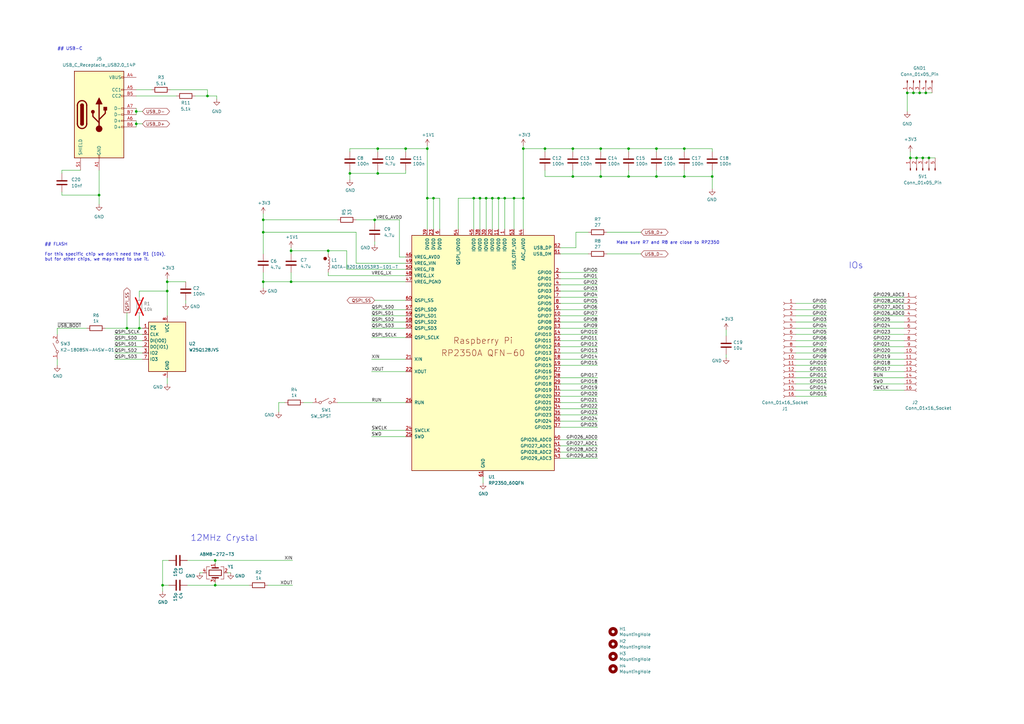
<source format=kicad_sch>
(kicad_sch (version 20231120) (generator "eeschema") (generator_version "8.0")
  (paper "A3")
  (title_block (title "RP2350A QFN-60 Minimal Design Example") (date "2024-07-01") (rev "REV3") (company "Raspberry Pi Ltd"))
  (lib_symbols
    (symbol "Connector:Conn_01x05_Pin" (pin_names (offset 1.016) hide)
      (property "Reference" "J" (at 0 7.62 0))
      (property "Value" "Conn_01x05_Pin" (at 0 -7.62 0))
      (symbol "Conn_01x05_Pin_1_1"
        (pin passive line (at 5.08 5.08 180) (length 3.81) (name "Pin_1") (number "1"))
        (pin passive line (at 5.08 2.54 180) (length 3.81) (name "Pin_2") (number "2"))
        (pin passive line (at 5.08 0 180) (length 3.81) (name "Pin_3") (number "3"))
        (pin passive line (at 5.08 -2.54 180) (length 3.81) (name "Pin_4") (number "4"))
        (pin passive line (at 5.08 -5.08 180) (length 3.81) (name "Pin_5") (number "5"))
      )
    )
    (symbol "Connector:Conn_01x16_Socket" (pin_names (offset 1.016) hide)
      (property "Reference" "J" (at 0 20.32 0))
      (property "Value" "Conn_01x16_Socket" (at 0 -22.86 0))
      (symbol "Conn_01x16_Socket_1_1"
        (pin passive line (at -5.08 17.78 0) (length 3.81) (name "Pin_1") (number "1"))
        (pin passive line (at -5.08 -5.08 0) (length 3.81) (name "Pin_10") (number "10"))
        (pin passive line (at -5.08 -7.62 0) (length 3.81) (name "Pin_11") (number "11"))
        (pin passive line (at -5.08 -10.16 0) (length 3.81) (name "Pin_12") (number "12"))
        (pin passive line (at -5.08 -12.7 0) (length 3.81) (name "Pin_13") (number "13"))
        (pin passive line (at -5.08 -15.24 0) (length 3.81) (name "Pin_14") (number "14"))
        (pin passive line (at -5.08 -17.78 0) (length 3.81) (name "Pin_15") (number "15"))
        (pin passive line (at -5.08 -20.32 0) (length 3.81) (name "Pin_16") (number "16"))
        (pin passive line (at -5.08 15.24 0) (length 3.81) (name "Pin_2") (number "2"))
        (pin passive line (at -5.08 12.7 0) (length 3.81) (name "Pin_3") (number "3"))
        (pin passive line (at -5.08 10.16 0) (length 3.81) (name "Pin_4") (number "4"))
        (pin passive line (at -5.08 7.62 0) (length 3.81) (name "Pin_5") (number "5"))
        (pin passive line (at -5.08 5.08 0) (length 3.81) (name "Pin_6") (number "6"))
        (pin passive line (at -5.08 2.54 0) (length 3.81) (name "Pin_7") (number "7"))
        (pin passive line (at -5.08 0 0) (length 3.81) (name "Pin_8") (number "8"))
        (pin passive line (at -5.08 -2.54 0) (length 3.81) (name "Pin_9") (number "9"))
      )
    )
    (symbol "Connector:USB_C_Receptacle_USB2.0_14P" (pin_names (offset 1.016))
      (property "Reference" "J" (at 0 22.225 0))
      (property "Value" "USB_C_Receptacle_USB2.0_14P" (at 0 19.685 0))
      (symbol "USB_C_Receptacle_USB2.0_14P_1_1"
        (pin passive line (at 0 -22.86 90) (length 5.08) (name "GND") (number "A1"))
        (pin passive line (at 0 -22.86 90) (length 5.08) hide (name "GND") (number "A12"))
        (pin passive line (at 15.24 15.24 180) (length 5.08) (name "VBUS") (number "A4"))
        (pin bidirectional line (at 15.24 10.16 180) (length 5.08) (name "CC1") (number "A5"))
        (pin bidirectional line (at 15.24 -2.54 180) (length 5.08) (name "D+") (number "A6"))
        (pin bidirectional line (at 15.24 2.54 180) (length 5.08) (name "D-") (number "A7"))
        (pin passive line (at 15.24 15.24 180) (length 5.08) hide (name "VBUS") (number "A9"))
        (pin passive line (at 0 -22.86 90) (length 5.08) hide (name "GND") (number "B1"))
        (pin passive line (at 0 -22.86 90) (length 5.08) hide (name "GND") (number "B12"))
        (pin passive line (at 15.24 15.24 180) (length 5.08) hide (name "VBUS") (number "B4"))
        (pin bidirectional line (at 15.24 7.62 180) (length 5.08) (name "CC2") (number "B5"))
        (pin bidirectional line (at 15.24 -5.08 180) (length 5.08) (name "D+") (number "B6"))
        (pin bidirectional line (at 15.24 0 180) (length 5.08) (name "D-") (number "B7"))
        (pin passive line (at 15.24 15.24 180) (length 5.08) hide (name "VBUS") (number "B9"))
        (pin passive line (at -7.62 -22.86 90) (length 5.08) (name "SHIELD") (number "S1"))
      )
    )
    (symbol "Device:C" (pin_numbers hide) (pin_names (offset 0.254))
      (property "Reference" "C" (at 0.635 2.54 0))
      (property "Value" "C" (at 0.635 -2.54 0))
      (symbol "C_1_1"
        (pin passive line (at 0 3.81 270) (length 2.794) (name "~") (number "1"))
        (pin passive line (at 0 -3.81 90) (length 2.794) (name "~") (number "2"))
      )
    )
    (symbol "Device:Crystal_GND24" (pin_names (offset 1.016) hide)
      (property "Reference" "Y" (at 3.175 5.08 0))
      (property "Value" "Crystal_GND24" (at 3.175 3.175 0))
      (symbol "Crystal_GND24_1_1"
        (pin passive line (at -3.81 0 0) (length 1.27) (name "1") (number "1"))
        (pin passive line (at 0 5.08 270) (length 1.27) (name "2") (number "2"))
        (pin passive line (at 3.81 0 180) (length 1.27) (name "3") (number "3"))
        (pin passive line (at 0 -5.08 90) (length 1.27) (name "4") (number "4"))
      )
    )
    (symbol "Device:L" (pin_numbers hide) (pin_names (offset 1.016) hide)
      (property "Reference" "L" (at -1.27 0 90))
      (property "Value" "L" (at 1.905 0 90))
      (symbol "L_1_1"
        (pin passive line (at 0 3.81 270) (length 1.27) (name "1") (number "1"))
        (pin passive line (at 0 -3.81 90) (length 1.27) (name "2") (number "2"))
      )
    )
    (symbol "Device:R" (pin_numbers hide) (pin_names (offset 0))
      (property "Reference" "R" (at 2.032 0 90))
      (property "Value" "R" (at 0 0 90))
      (symbol "R_1_1"
        (pin passive line (at 0 3.81 270) (length 1.27) (name "~") (number "1"))
        (pin passive line (at 0 -3.81 90) (length 1.27) (name "~") (number "2"))
      )
    )
    (symbol "MCU_RaspberryPi_RP2350:RP2350_60QFN" (pin_names (offset 1.016))
      (property "Reference" "U" (at -29.21 49.53 0))
      (property "Value" "RP2350_60QFN" (at 24.13 -49.53 0))
      (symbol "RP2350_60QFN_0_0"
        (text "Raspberry Pi" (at 0 5.08 0) (effects (font (size 2.54 2.54))))
      )
      (symbol "RP2350_60QFN_1_0"
        (text "RP2350A QFN-60" (at 0 0 0) (effects (font (size 2.54 2.54))))
      )
      (symbol "RP2350_60QFN_1_1"
        (pin power_in line (at 8.89 50.8 270) (length 2.54) (name "IOVDD") (number "1"))
        (pin bidirectional line (at 31.75 15.24 180) (length 2.54) (name "GPIO7") (number "10"))
        (pin power_in line (at 6.35 50.8 270) (length 2.54) (name "IOVDD") (number "11"))
        (pin bidirectional line (at 31.75 12.7 180) (length 2.54) (name "GPIO8") (number "12"))
        (pin bidirectional line (at 31.75 10.16 180) (length 2.54) (name "GPIO9") (number "13"))
        (pin bidirectional line (at 31.75 7.62 180) (length 2.54) (name "GPIO10") (number "14"))
        (pin bidirectional line (at 31.75 5.08 180) (length 2.54) (name "GPIO11") (number "15"))
        (pin bidirectional line (at 31.75 2.54 180) (length 2.54) (name "GPIO12") (number "16"))
        (pin bidirectional line (at 31.75 0 180) (length 2.54) (name "GPIO13") (number "17"))
        (pin bidirectional line (at 31.75 -2.54 180) (length 2.54) (name "GPIO14") (number "18"))
        (pin bidirectional line (at 31.75 -5.08 180) (length 2.54) (name "GPIO15") (number "19"))
        (pin bidirectional line (at 31.75 33.02 180) (length 2.54) (name "GPIO0") (number "2"))
        (pin power_in line (at 3.81 50.8 270) (length 2.54) (name "IOVDD") (number "20"))
        (pin input line (at -31.75 -2.54 0) (length 2.54) (name "XIN") (number "21"))
        (pin passive line (at -31.75 -7.62 0) (length 2.54) (name "XOUT") (number "22"))
        (pin power_in line (at -20.32 50.8 270) (length 2.54) (name "DVDD") (number "23"))
        (pin output line (at -31.75 -31.75 0) (length 2.54) (name "SWCLK") (number "24"))
        (pin bidirectional line (at -31.75 -34.29 0) (length 2.54) (name "SWD") (number "25"))
        (pin input line (at -31.75 -20.32 0) (length 2.54) (name "RUN") (number "26"))
        (pin bidirectional line (at 31.75 -7.62 180) (length 2.54) (name "GPIO16") (number "27"))
        (pin bidirectional line (at 31.75 -10.16 180) (length 2.54) (name "GPIO17") (number "28"))
        (pin bidirectional line (at 31.75 -12.7 180) (length 2.54) (name "GPIO18") (number "29"))
        (pin bidirectional line (at 31.75 30.48 180) (length 2.54) (name "GPIO1") (number "3"))
        (pin power_in line (at 1.27 50.8 270) (length 2.54) (name "IOVDD") (number "30"))
        (pin bidirectional line (at 31.75 -15.24 180) (length 2.54) (name "GPIO19") (number "31"))
        (pin bidirectional line (at 31.75 -17.78 180) (length 2.54) (name "GPIO20") (number "32"))
        (pin bidirectional line (at 31.75 -20.32 180) (length 2.54) (name "GPIO21") (number "33"))
        (pin bidirectional line (at 31.75 -22.86 180) (length 2.54) (name "GPIO22") (number "34"))
        (pin bidirectional line (at 31.75 -25.4 180) (length 2.54) (name "GPIO23") (number "35"))
        (pin bidirectional line (at 31.75 -27.94 180) (length 2.54) (name "GPIO24") (number "36"))
        (pin bidirectional line (at 31.75 -30.48 180) (length 2.54) (name "GPIO25") (number "37"))
        (pin power_in line (at -1.27 50.8 270) (length 2.54) (name "IOVDD") (number "38"))
        (pin power_in line (at -22.86 50.8 270) (length 2.54) (name "DVDD") (number "39"))
        (pin bidirectional line (at 31.75 27.94 180) (length 2.54) (name "GPIO2") (number "4"))
        (pin bidirectional line (at 31.75 -35.56 180) (length 2.54) (name "GPIO26_ADC0") (number "40"))
        (pin bidirectional line (at 31.75 -38.1 180) (length 2.54) (name "GPIO27_ADC1") (number "41"))
        (pin bidirectional line (at 31.75 -40.64 180) (length 2.54) (name "GPIO28_ADC2") (number "42"))
        (pin bidirectional line (at 31.75 -43.18 180) (length 2.54) (name "GPIO29_ADC3") (number "43"))
        (pin power_in line (at 16.51 50.8 270) (length 2.54) (name "ADC_AVDD") (number "44"))
        (pin power_in line (at -3.81 50.8 270) (length 2.54) (name "IOVDD") (number "45"))
        (pin power_in line (at -31.75 39.37 0) (length 2.54) (name "VREG_AVDD") (number "46"))
        (pin power_in line (at -31.75 29.21 0) (length 2.54) (name "VREG_PGND") (number "47"))
        (pin power_out line (at -31.75 31.75 0) (length 2.54) (name "VREG_LX") (number "48"))
        (pin power_in line (at -31.75 36.83 0) (length 2.54) (name "VREG_VIN") (number "49"))
        (pin bidirectional line (at 31.75 25.4 180) (length 2.54) (name "GPIO3") (number "5"))
        (pin input line (at -31.75 34.29 0) (length 2.54) (name "VREG_FB") (number "50"))
        (pin bidirectional line (at 31.75 40.64 180) (length 2.54) (name "USB_DM") (number "51"))
        (pin bidirectional line (at 31.75 43.18 180) (length 2.54) (name "USB_DP") (number "52"))
        (pin power_in line (at 12.7 50.8 270) (length 2.54) (name "USB_OTP_VDD") (number "53"))
        (pin power_in line (at -10.16 50.8 270) (length 2.54) (name "QSPI_IOVDD") (number "54"))
        (pin bidirectional line (at -31.75 10.16 0) (length 2.54) (name "QSPI_SD3") (number "55"))
        (pin output line (at -31.75 6.35 0) (length 2.54) (name "QSPI_SCLK") (number "56"))
        (pin bidirectional line (at -31.75 17.78 0) (length 2.54) (name "QSPI_SD0") (number "57"))
        (pin bidirectional line (at -31.75 12.7 0) (length 2.54) (name "QSPI_SD2") (number "58"))
        (pin bidirectional line (at -31.75 15.24 0) (length 2.54) (name "QSPI_SD1") (number "59"))
        (pin power_in line (at -17.78 50.8 270) (length 2.54) (name "DVDD") (number "6"))
        (pin bidirectional line (at -31.75 21.59 0) (length 2.54) (name "QSPI_SS") (number "60"))
        (pin power_in line (at 0 -50.8 90) (length 2.54) (name "GND") (number "61"))
        (pin bidirectional line (at 31.75 22.86 180) (length 2.54) (name "GPIO4") (number "7"))
        (pin bidirectional line (at 31.75 20.32 180) (length 2.54) (name "GPIO5") (number "8"))
        (pin bidirectional line (at 31.75 17.78 180) (length 2.54) (name "GPIO6") (number "9"))
      )
    )
    (symbol "Mechanical:MountingHole" (pin_names (offset 1.016))
      (property "Reference" "H" (at 0 5.08 0))
      (property "Value" "MountingHole" (at 0 3.175 0))
    )
    (symbol "Switch:SW_SPST" (pin_names (offset 0) hide)
      (property "Reference" "SW" (at 0 3.175 0))
      (property "Value" "SW_SPST" (at 0 -2.54 0))
      (symbol "SW_SPST_1_1"
        (pin passive line (at -5.08 0 0) (length 2.54) (name "A") (number "1"))
        (pin passive line (at 5.08 0 180) (length 2.54) (name "B") (number "2"))
      )
    )
    (symbol "W25Q128JVS_1"
      (property "Reference" "U" (at -6.35 11.43 0))
      (property "Value" "W25Q128JVS" (at 7.62 11.43 0))
      (symbol "W25Q128JVS_1_1_1"
        (pin input line (at -10.16 7.62 0) (length 2.54) (name "~{CS}") (number "1"))
        (pin bidirectional line (at -10.16 0 0) (length 2.54) (name "DO(IO1)") (number "2"))
        (pin bidirectional line (at -10.16 -2.54 0) (length 2.54) (name "IO2") (number "3"))
        (pin power_in line (at 0 -12.7 90) (length 2.54) (name "GND") (number "4"))
        (pin bidirectional line (at -10.16 2.54 0) (length 2.54) (name "DI(IO0)") (number "5"))
        (pin input line (at -10.16 5.08 0) (length 2.54) (name "CLK") (number "6"))
        (pin bidirectional line (at -10.16 -5.08 0) (length 2.54) (name "IO3") (number "7"))
        (pin power_in line (at 0 12.7 270) (length 2.54) (name "VCC") (number "8"))
      )
    )
    (symbol "power:+1V1" (power) (pin_names (offset 0))
      (property "Value" "+1V1" (at 0 3.556 0))
      (symbol "+1V1_1_1"
        (pin power_in line (at 0 0 90) (length 0) hide (name "+1V1") (number "1"))
      )
    )
    (symbol "power:+3V3" (power) (pin_names (offset 0))
      (property "Value" "+3V3" (at 0 3.556 0))
      (symbol "+3V3_1_1"
        (pin power_in line (at 0 0 90) (length 0) hide (name "+3V3") (number "1"))
      )
    )
    (symbol "power:+5V" (power) (pin_numbers hide) (pin_names (offset 0) hide)
      (property "Value" "+5V" (at 0 3.556 0))
      (symbol "+5V_1_1"
        (pin power_in line (at 0 0 90) (length 0) (name "~") (number "1"))
      )
    )
    (symbol "power:GND" (power) (pin_names (offset 0))
      (property "Value" "GND" (at 0 -3.81 0))
      (symbol "GND_1_1"
        (pin power_in line (at 0 0 270) (length 0) hide (name "GND") (number "1"))
      )
    )
  )
  (junction (at 374.65 38.1))
  (junction (at 257.81 60.96))
  (junction (at 153.67 90.17))
  (junction (at 119.38 102.87))
  (junction (at 194.31 81.28))
  (junction (at 280.67 72.39))
  (junction (at 175.26 81.28))
  (junction (at 379.73 38.1))
  (junction (at 55.88 50.8))
  (junction (at 154.94 71.12))
  (junction (at 375.92 64.77))
  (junction (at 381 64.77))
  (junction (at 214.63 60.96))
  (junction (at 196.85 81.28))
  (junction (at 88.265 229.87))
  (junction (at 134.62 102.87))
  (junction (at 119.38 115.57))
  (junction (at 223.52 60.96))
  (junction (at 210.82 81.28))
  (junction (at 66.675 240.03))
  (junction (at 154.94 60.96))
  (junction (at 207.01 81.28))
  (junction (at 68.58 119.38))
  (junction (at 269.24 72.39))
  (junction (at 292.1 72.39))
  (junction (at 246.38 72.39))
  (junction (at 204.47 81.28))
  (junction (at 199.39 81.28))
  (junction (at 40.64 80.01))
  (junction (at 175.26 60.96))
  (junction (at 107.95 115.57))
  (junction (at 280.67 60.96))
  (junction (at 257.81 72.39))
  (junction (at 372.11 38.1))
  (junction (at 269.24 60.96))
  (junction (at 166.37 60.96))
  (junction (at 52.07 134.62))
  (junction (at 68.58 115.57))
  (junction (at 55.88 45.72))
  (junction (at 234.95 60.96))
  (junction (at 88.265 240.03))
  (junction (at 378.46 64.77))
  (junction (at 234.95 72.39))
  (junction (at 214.63 81.28))
  (junction (at 107.95 90.17))
  (junction (at 57.15 134.62))
  (junction (at 177.8 81.28))
  (junction (at 246.38 60.96))
  (junction (at 377.19 38.1))
  (junction (at 85.09 39.37))
  (junction (at 373.38 64.77))
  (junction (at 201.93 81.28))
  (junction (at 107.95 95.25))
  (junction (at 143.51 71.12))
  (wire (pts (xy 229.87 127) (xy 245.11 127)))
  (wire (pts (xy 153.67 100.33) (xy 153.67 99.06)))
  (wire (pts (xy 80.01 39.37) (xy 85.09 39.37)))
  (wire (pts (xy 146.05 95.25) (xy 146.05 107.95)))
  (wire (pts (xy 229.87 185.42) (xy 245.11 185.42)))
  (wire (pts (xy 339.09 144.78) (xy 326.39 144.78)))
  (wire (pts (xy 370.84 147.32) (xy 358.14 147.32)))
  (wire (pts (xy 378.46 64.77) (xy 381 64.77)))
  (wire (pts (xy 154.94 60.96) (xy 166.37 60.96)))
  (wire (pts (xy 370.84 132.08) (xy 358.14 132.08)))
  (wire (pts (xy 229.87 129.54) (xy 245.11 129.54)))
  (wire (pts (xy 88.265 231.14) (xy 88.265 229.87)))
  (wire (pts (xy 234.95 62.23) (xy 234.95 60.96)))
  (wire (pts (xy 234.95 69.85) (xy 234.95 72.39)))
  (wire (pts (xy 163.83 90.17) (xy 163.83 105.41)))
  (wire (pts (xy 339.09 149.86) (xy 326.39 149.86)))
  (wire (pts (xy 207.01 81.28) (xy 210.82 81.28)))
  (wire (pts (xy 154.94 62.23) (xy 154.94 60.96)))
  (wire (pts (xy 166.37 138.43) (xy 152.4 138.43)))
  (wire (pts (xy 154.94 71.12) (xy 166.37 71.12)))
  (wire (pts (xy 229.87 167.64) (xy 245.11 167.64)))
  (wire (pts (xy 379.73 38.1) (xy 382.27 38.1)))
  (wire (pts (xy 229.87 111.76) (xy 245.11 111.76)))
  (wire (pts (xy 143.51 69.85) (xy 143.51 71.12)))
  (wire (pts (xy 153.67 90.17) (xy 163.83 90.17)))
  (wire (pts (xy 68.58 115.57) (xy 68.58 119.38)))
  (wire (pts (xy 229.87 162.56) (xy 245.11 162.56)))
  (wire (pts (xy 40.64 80.01) (xy 40.64 83.82)))
  (wire (pts (xy 339.09 154.94) (xy 326.39 154.94)))
  (wire (pts (xy 25.4 78.74) (xy 25.4 80.01)))
  (wire (pts (xy 246.38 62.23) (xy 246.38 60.96)))
  (wire (pts (xy 23.495 134.62) (xy 23.495 137.16)))
  (wire (pts (xy 166.37 176.53) (xy 152.4 176.53)))
  (wire (pts (xy 370.84 144.78) (xy 358.14 144.78)))
  (wire (pts (xy 107.95 90.17) (xy 107.95 95.25)))
  (wire (pts (xy 223.52 62.23) (xy 223.52 60.96)))
  (wire (pts (xy 88.265 240.03) (xy 102.235 240.03)))
  (wire (pts (xy 223.52 69.85) (xy 223.52 72.39)))
  (wire (pts (xy 107.95 95.25) (xy 146.05 95.25)))
  (wire (pts (xy 107.95 95.25) (xy 107.95 104.14)))
  (wire (pts (xy 66.675 240.03) (xy 66.675 242.57)))
  (wire (pts (xy 381 64.77) (xy 383.54 64.77)))
  (wire (pts (xy 370.84 152.4) (xy 358.14 152.4)))
  (wire (pts (xy 40.64 69.85) (xy 40.64 80.01)))
  (wire (pts (xy 199.39 93.98) (xy 199.39 81.28)))
  (wire (pts (xy 187.96 93.98) (xy 187.96 81.28)))
  (wire (pts (xy 66.675 229.87) (xy 66.675 240.03)))
  (wire (pts (xy 210.82 81.28) (xy 214.63 81.28)))
  (wire (pts (xy 257.81 60.96) (xy 269.24 60.96)))
  (wire (pts (xy 69.215 229.87) (xy 66.675 229.87)))
  (wire (pts (xy 153.67 90.17) (xy 153.67 91.44)))
  (wire (pts (xy 46.99 147.32) (xy 58.42 147.32)))
  (wire (pts (xy 269.24 72.39) (xy 257.81 72.39)))
  (wire (pts (xy 339.09 157.48) (xy 326.39 157.48)))
  (wire (pts (xy 229.87 175.26) (xy 245.11 175.26)))
  (wire (pts (xy 374.65 38.1) (xy 377.19 38.1)))
  (wire (pts (xy 201.93 81.28) (xy 204.47 81.28)))
  (wire (pts (xy 234.95 72.39) (xy 223.52 72.39)))
  (wire (pts (xy 269.24 69.85) (xy 269.24 72.39)))
  (wire (pts (xy 85.09 39.37) (xy 88.9 39.37)))
  (wire (pts (xy 175.26 60.96) (xy 175.26 81.28)))
  (wire (pts (xy 196.85 81.28) (xy 199.39 81.28)))
  (wire (pts (xy 229.87 139.7) (xy 245.11 139.7)))
  (wire (pts (xy 201.93 93.98) (xy 201.93 81.28)))
  (wire (pts (xy 146.05 107.95) (xy 166.37 107.95)))
  (wire (pts (xy 153.67 123.19) (xy 166.37 123.19)))
  (wire (pts (xy 199.39 81.28) (xy 201.93 81.28)))
  (wire (pts (xy 57.15 119.38) (xy 68.58 119.38)))
  (wire (pts (xy 55.88 39.37) (xy 72.39 39.37)))
  (wire (pts (xy 107.95 87.63) (xy 107.95 90.17)))
  (wire (pts (xy 107.95 115.57) (xy 119.38 115.57)))
  (wire (pts (xy 229.87 132.08) (xy 245.11 132.08)))
  (wire (pts (xy 116.84 165.1) (xy 114.3 165.1)))
  (wire (pts (xy 234.95 60.96) (xy 246.38 60.96)))
  (wire (pts (xy 55.88 50.8) (xy 55.88 52.07)))
  (wire (pts (xy 119.38 104.14) (xy 119.38 102.87)))
  (wire (pts (xy 358.14 157.48) (xy 370.84 157.48)))
  (wire (pts (xy 229.87 114.3) (xy 245.11 114.3)))
  (wire (pts (xy 68.58 119.38) (xy 68.58 129.54)))
  (wire (pts (xy 143.51 62.23) (xy 143.51 60.96)))
  (wire (pts (xy 107.95 111.76) (xy 107.95 115.57)))
  (wire (pts (xy 339.09 147.32) (xy 326.39 147.32)))
  (wire (pts (xy 370.84 142.24) (xy 358.14 142.24)))
  (wire (pts (xy 166.37 110.49) (xy 142.24 110.49)))
  (wire (pts (xy 373.38 64.77) (xy 375.92 64.77)))
  (wire (pts (xy 229.87 172.72) (xy 245.11 172.72)))
  (wire (pts (xy 35.56 134.62) (xy 23.495 134.62)))
  (wire (pts (xy 370.84 127) (xy 358.14 127)))
  (wire (pts (xy 229.87 187.96) (xy 245.11 187.96)))
  (wire (pts (xy 248.92 104.14) (xy 262.89 104.14)))
  (wire (pts (xy 175.26 81.28) (xy 175.26 93.98)))
  (wire (pts (xy 370.84 149.86) (xy 358.14 149.86)))
  (wire (pts (xy 370.84 124.46) (xy 358.14 124.46)))
  (wire (pts (xy 55.88 49.53) (xy 55.88 50.8)))
  (wire (pts (xy 214.63 81.28) (xy 214.63 93.98)))
  (wire (pts (xy 358.14 154.94) (xy 370.84 154.94)))
  (wire (pts (xy 68.58 114.3) (xy 68.58 115.57)))
  (wire (pts (xy 119.38 101.6) (xy 119.38 102.87)))
  (wire (pts (xy 109.855 240.03) (xy 120.015 240.03)))
  (wire (pts (xy 76.835 240.03) (xy 88.265 240.03)))
  (wire (pts (xy 119.38 115.57) (xy 166.37 115.57)))
  (wire (pts (xy 339.09 137.16) (xy 326.39 137.16)))
  (wire (pts (xy 373.38 64.77) (xy 373.38 62.23)))
  (wire (pts (xy 107.95 115.57) (xy 107.95 118.11)))
  (wire (pts (xy 69.215 240.03) (xy 66.675 240.03)))
  (wire (pts (xy 107.95 90.17) (xy 138.43 90.17)))
  (wire (pts (xy 143.51 71.12) (xy 143.51 73.66)))
  (wire (pts (xy 204.47 81.28) (xy 207.01 81.28)))
  (wire (pts (xy 339.09 160.02) (xy 326.39 160.02)))
  (wire (pts (xy 292.1 72.39) (xy 292.1 77.47)))
  (wire (pts (xy 229.87 170.18) (xy 245.11 170.18)))
  (wire (pts (xy 154.94 69.85) (xy 154.94 71.12)))
  (wire (pts (xy 269.24 60.96) (xy 280.67 60.96)))
  (wire (pts (xy 377.19 38.1) (xy 379.73 38.1)))
  (wire (pts (xy 358.14 160.02) (xy 370.84 160.02)))
  (wire (pts (xy 292.1 69.85) (xy 292.1 72.39)))
  (wire (pts (xy 152.4 147.32) (xy 166.37 147.32)))
  (wire (pts (xy 198.12 195.58) (xy 198.12 198.12)))
  (wire (pts (xy 68.58 157.48) (xy 68.58 154.94)))
  (wire (pts (xy 46.99 142.24) (xy 58.42 142.24)))
  (wire (pts (xy 152.4 132.08) (xy 166.37 132.08)))
  (wire (pts (xy 81.915 234.95) (xy 83.185 234.95)))
  (wire (pts (xy 52.07 128.27) (xy 52.07 134.62)))
  (wire (pts (xy 180.34 81.28) (xy 180.34 93.98)))
  (wire (pts (xy 85.09 36.83) (xy 85.09 39.37)))
  (wire (pts (xy 43.18 134.62) (xy 52.07 134.62)))
  (wire (pts (xy 194.31 93.98) (xy 194.31 81.28)))
  (wire (pts (xy 229.87 182.88) (xy 245.11 182.88)))
  (wire (pts (xy 229.87 116.84) (xy 245.11 116.84)))
  (wire (pts (xy 143.51 60.96) (xy 154.94 60.96)))
  (wire (pts (xy 142.24 110.49) (xy 142.24 102.87)))
  (wire (pts (xy 58.42 50.8) (xy 55.88 50.8)))
  (wire (pts (xy 370.84 121.92) (xy 358.14 121.92)))
  (wire (pts (xy 229.87 137.16) (xy 245.11 137.16)))
  (wire (pts (xy 280.67 62.23) (xy 280.67 60.96)))
  (wire (pts (xy 152.4 127) (xy 166.37 127)))
  (wire (pts (xy 236.22 95.25) (xy 236.22 101.6)))
  (wire (pts (xy 229.87 144.78) (xy 245.11 144.78)))
  (wire (pts (xy 257.81 69.85) (xy 257.81 72.39)))
  (wire (pts (xy 214.63 59.69) (xy 214.63 60.96)))
  (wire (pts (xy 257.81 62.23) (xy 257.81 60.96)))
  (wire (pts (xy 229.87 154.94) (xy 245.11 154.94)))
  (wire (pts (xy 146.05 90.17) (xy 153.67 90.17)))
  (wire (pts (xy 152.4 129.54) (xy 166.37 129.54)))
  (wire (pts (xy 57.15 134.62) (xy 58.42 134.62)))
  (wire (pts (xy 152.4 134.62) (xy 166.37 134.62)))
  (wire (pts (xy 88.9 40.64) (xy 88.9 39.37)))
  (wire (pts (xy 269.24 62.23) (xy 269.24 60.96)))
  (wire (pts (xy 229.87 134.62) (xy 245.11 134.62)))
  (wire (pts (xy 124.46 165.1) (xy 128.27 165.1)))
  (wire (pts (xy 23.495 147.32) (xy 23.495 149.86)))
  (wire (pts (xy 280.67 72.39) (xy 269.24 72.39)))
  (wire (pts (xy 58.42 45.72) (xy 55.88 45.72)))
  (wire (pts (xy 297.815 135.255) (xy 297.815 137.795)))
  (wire (pts (xy 166.37 60.96) (xy 175.26 60.96)))
  (wire (pts (xy 229.87 160.02) (xy 245.11 160.02)))
  (wire (pts (xy 370.84 134.62) (xy 358.14 134.62)))
  (wire (pts (xy 246.38 60.96) (xy 257.81 60.96)))
  (wire (pts (xy 257.81 72.39) (xy 246.38 72.39)))
  (wire (pts (xy 214.63 60.96) (xy 223.52 60.96)))
  (wire (pts (xy 134.62 113.03) (xy 166.37 113.03)))
  (wire (pts (xy 119.38 111.76) (xy 119.38 115.57)))
  (wire (pts (xy 229.87 149.86) (xy 245.11 149.86)))
  (wire (pts (xy 119.38 102.87) (xy 134.62 102.87)))
  (wire (pts (xy 246.38 69.85) (xy 246.38 72.39)))
  (wire (pts (xy 166.37 179.07) (xy 152.4 179.07)))
  (wire (pts (xy 57.15 121.92) (xy 57.15 119.38)))
  (wire (pts (xy 236.22 95.25) (xy 241.3 95.25)))
  (wire (pts (xy 177.8 81.28) (xy 180.34 81.28)))
  (wire (pts (xy 339.09 162.56) (xy 326.39 162.56)))
  (wire (pts (xy 93.345 234.95) (xy 94.615 234.95)))
  (wire (pts (xy 196.85 93.98) (xy 196.85 81.28)))
  (wire (pts (xy 229.87 165.1) (xy 245.11 165.1)))
  (wire (pts (xy 248.92 95.25) (xy 262.89 95.25)))
  (wire (pts (xy 339.09 142.24) (xy 326.39 142.24)))
  (wire (pts (xy 339.09 134.62) (xy 326.39 134.62)))
  (wire (pts (xy 375.92 64.77) (xy 378.46 64.77)))
  (wire (pts (xy 372.11 38.1) (xy 374.65 38.1)))
  (wire (pts (xy 210.82 93.98) (xy 210.82 81.28)))
  (wire (pts (xy 69.85 36.83) (xy 85.09 36.83)))
  (wire (pts (xy 68.58 115.57) (xy 76.2 115.57)))
  (wire (pts (xy 339.09 124.46) (xy 326.39 124.46)))
  (wire (pts (xy 175.26 59.69) (xy 175.26 60.96)))
  (wire (pts (xy 55.88 36.83) (xy 62.23 36.83)))
  (wire (pts (xy 33.02 69.85) (xy 25.4 69.85)))
  (wire (pts (xy 229.87 119.38) (xy 245.11 119.38)))
  (wire (pts (xy 280.67 72.39) (xy 292.1 72.39)))
  (wire (pts (xy 370.84 139.7) (xy 358.14 139.7)))
  (wire (pts (xy 25.4 69.85) (xy 25.4 71.12)))
  (wire (pts (xy 57.15 129.54) (xy 57.15 134.62)))
  (wire (pts (xy 134.62 113.03) (xy 134.62 111.76)))
  (wire (pts (xy 46.99 137.16) (xy 58.42 137.16)))
  (wire (pts (xy 229.87 157.48) (xy 245.11 157.48)))
  (wire (pts (xy 339.09 129.54) (xy 326.39 129.54)))
  (wire (pts (xy 229.87 180.34) (xy 245.11 180.34)))
  (wire (pts (xy 280.67 60.96) (xy 292.1 60.96)))
  (wire (pts (xy 25.4 80.01) (xy 40.64 80.01)))
  (wire (pts (xy 194.31 81.28) (xy 196.85 81.28)))
  (wire (pts (xy 204.47 93.98) (xy 204.47 81.28)))
  (wire (pts (xy 339.09 152.4) (xy 326.39 152.4)))
  (wire (pts (xy 134.62 102.87) (xy 134.62 104.14)))
  (wire (pts (xy 339.09 127) (xy 326.39 127)))
  (wire (pts (xy 229.87 147.32) (xy 245.11 147.32)))
  (wire (pts (xy 166.37 62.23) (xy 166.37 60.96)))
  (wire (pts (xy 229.87 101.6) (xy 236.22 101.6)))
  (wire (pts (xy 246.38 72.39) (xy 234.95 72.39)))
  (wire (pts (xy 143.51 71.12) (xy 154.94 71.12)))
  (wire (pts (xy 55.88 45.72) (xy 55.88 46.99)))
  (wire (pts (xy 187.96 81.28) (xy 194.31 81.28)))
  (wire (pts (xy 370.84 129.54) (xy 358.14 129.54)))
  (wire (pts (xy 52.07 134.62) (xy 57.15 134.62)))
  (wire (pts (xy 177.8 81.28) (xy 175.26 81.28)))
  (wire (pts (xy 207.01 81.28) (xy 207.01 93.98)))
  (wire (pts (xy 88.265 229.87) (xy 120.015 229.87)))
  (wire (pts (xy 229.87 104.14) (xy 241.3 104.14)))
  (wire (pts (xy 46.99 144.78) (xy 58.42 144.78)))
  (wire (pts (xy 142.24 102.87) (xy 134.62 102.87)))
  (wire (pts (xy 114.3 165.1) (xy 114.3 168.91)))
  (wire (pts (xy 88.265 238.76) (xy 88.265 240.03)))
  (wire (pts (xy 229.87 124.46) (xy 245.11 124.46)))
  (wire (pts (xy 229.87 142.24) (xy 245.11 142.24)))
  (wire (pts (xy 339.09 139.7) (xy 326.39 139.7)))
  (wire (pts (xy 214.63 60.96) (xy 214.63 81.28)))
  (wire (pts (xy 229.87 121.92) (xy 245.11 121.92)))
  (wire (pts (xy 55.88 44.45) (xy 55.88 45.72)))
  (wire (pts (xy 163.83 105.41) (xy 166.37 105.41)))
  (wire (pts (xy 297.815 145.415) (xy 297.815 146.685)))
  (wire (pts (xy 339.09 132.08) (xy 326.39 132.08)))
  (wire (pts (xy 223.52 60.96) (xy 234.95 60.96)))
  (wire (pts (xy 166.37 152.4) (xy 152.4 152.4)))
  (wire (pts (xy 292.1 62.23) (xy 292.1 60.96)))
  (wire (pts (xy 370.84 137.16) (xy 358.14 137.16)))
  (wire (pts (xy 76.835 229.87) (xy 88.265 229.87)))
  (wire (pts (xy 46.99 139.7) (xy 58.42 139.7)))
  (wire (pts (xy 372.11 38.1) (xy 372.11 45.72)))
  (wire (pts (xy 166.37 71.12) (xy 166.37 69.85)))
  (wire (pts (xy 177.8 93.98) (xy 177.8 81.28)))
  (wire (pts (xy 138.43 165.1) (xy 166.37 165.1)))
  (wire (pts (xy 280.67 69.85) (xy 280.67 72.39)))
  (wire (pts (xy 76.2 123.19) (xy 76.2 124.46)))
  (circle (center 133.35 106.045) (radius 0.635) (stroke (width 0) (color 132 0 0 1)) (fill (type color) (color 132 0 0 1)))
  (text "IOs" (at 347.98 110.49 0) (effects (font (size 2.54 2.54)) (justify left bottom)))
  (text "## FLASH\n\nFor this specific chip we don't need the R1 (10k),\nbut for other chips, we may need to use it." (at 18.288 103.378 0) (effects (font (size 1.27 1.27)) (justify left)))
  (text "## USB-C" (at 28.702 20.066 0) (effects (font (size 1.27 1.27))))
  (text "Make sure R7 and R8 are close to RP2350\n" (at 252.73 100.33 0) (effects (font (size 1.27 1.27)) (justify left bottom)))
  (text "12MHz Crystal" (at 78.105 222.25 0) (effects (font (size 2.54 2.54)) (justify left bottom)))
  (label "XIN" (at 152.4 147.32 0))
  (label "GPIO26_ADC0" (at 358.14 129.54 0))
  (label "GPIO26_ADC0" (at 245.11 180.34 180))
  (label "GPIO25" (at 358.14 132.08 0))
  (label "RUN" (at 358.14 154.94 0))
  (label "GPIO11" (at 339.09 152.4 180))
  (label "XOUT" (at 152.4 152.4 0))
  (label "GPIO2" (at 245.11 116.84 180))
  (label "GPIO1" (at 245.11 114.3 180))
  (label "GPIO3" (at 339.09 132.08 180))
  (label "GPIO15" (at 339.09 162.56 180))
  (label "GPIO21" (at 358.14 142.24 0))
  (label "GPIO20" (at 358.14 144.78 0))
  (label "GPIO8" (at 339.09 144.78 180))
  (label "SWCLK" (at 358.14 160.02 0))
  (label "GPIO17" (at 358.14 152.4 0))
  (label "GPIO1" (at 339.09 127 180))
  (label "GPIO28_ADC2" (at 358.14 124.46 0))
  (label "GPIO18" (at 358.14 149.86 0))
  (label "QSPI_SD2" (at 46.99 144.78 0))
  (label "GPIO27_ADC1" (at 358.14 127 0))
  (label "GPIO0" (at 245.11 111.76 180))
  (label "GPIO14" (at 245.11 147.32 180))
  (label "RUN" (at 152.4 165.1 0))
  (label "QSPI_SD0" (at 152.4 127 0))
  (label "QSPI_SD0" (at 46.99 139.7 0))
  (label "SWCLK" (at 152.4 176.53 0))
  (label "GPIO22" (at 358.14 139.7 0))
  (label "GPIO25" (at 245.11 175.26 180))
  (label "SWD" (at 358.14 157.48 0))
  (label "GPIO12" (at 339.09 154.94 180))
  (label "GPIO10" (at 339.09 149.86 180))
  (label "GPIO19" (at 358.14 147.32 0))
  (label "QSPI_SD3" (at 46.99 147.32 0))
  (label "GPIO24" (at 245.11 172.72 180))
  (label "GPIO4" (at 245.11 121.92 180))
  (label "GPIO7" (at 339.09 142.24 180))
  (label "XOUT" (at 120.015 240.03 180))
  (label "GPIO5" (at 245.11 124.46 180))
  (label "QSPI_SD2" (at 152.4 132.08 0))
  (label "GPIO19" (at 245.11 160.02 180))
  (label "GPIO8" (at 245.11 132.08 180))
  (label "GPIO6" (at 339.09 139.7 180))
  (label "~{USB_BOOT}" (at 23.495 134.62 0))
  (label "XIN" (at 120.015 229.87 180))
  (label "GPIO10" (at 245.11 137.16 180))
  (label "VREG_AVDD" (at 154.305 90.17 0))
  (label "GPIO18" (at 245.11 157.48 180))
  (label "GPIO9" (at 245.11 134.62 180))
  (label "GPIO20" (at 245.11 162.56 180))
  (label "GPIO12" (at 245.11 142.24 180))
  (label "GPIO22" (at 245.11 167.64 180))
  (label "GPIO0" (at 339.09 124.46 180))
  (label "QSPI_SD1" (at 152.4 129.54 0))
  (label "GPIO24" (at 358.14 134.62 0))
  (label "GPIO4" (at 339.09 134.62 180))
  (label "QSPI_SCLK" (at 152.4 138.43 0))
  (label "QSPI_SCLK" (at 46.99 137.16 0))
  (label "GPIO13" (at 245.11 144.78 180))
  (label "GPIO13" (at 339.09 157.48 180))
  (label "GPIO17" (at 245.11 154.94 180))
  (label "GPIO29_ADC3" (at 245.11 187.96 180))
  (label "GPIO2" (at 339.09 129.54 180))
  (label "GPIO28_ADC2" (at 245.11 185.42 180))
  (label "GPIO14" (at 339.09 160.02 180))
  (label "GPIO27_ADC1" (at 245.11 182.88 180))
  (label "GPIO3" (at 245.11 119.38 180))
  (label "GPIO11" (at 245.11 139.7 180))
  (label "GPIO29_ADC3" (at 358.14 121.92 0))
  (label "QSPI_SD1" (at 46.99 142.24 0))
  (label "VREG_LX" (at 152.4 113.03 0))
  (label "SWD" (at 152.4 179.07 0))
  (label "GPIO7" (at 245.11 129.54 180))
  (label "GPIO9" (at 339.09 147.32 180))
  (label "GPIO23" (at 358.14 137.16 0))
  (label "GPIO6" (at 245.11 127 180))
  (label "GPIO5" (at 339.09 137.16 180))
  (label "GPIO15" (at 245.11 149.86 180))
  (label "GPIO21" (at 245.11 165.1 180))
  (label "QSPI_SD3" (at 152.4 134.62 0))
  (label "GPIO23" (at 245.11 170.18 180))
  (global_label "QSPI_SS" (shape bidirectional) (at 153.67 123.19 180) (property "Intersheetrefs" "${INTERSHEET_REFS}" (effects (hide yes))))
  (global_label "QSPI_SS" (shape output) (at 52.07 128.27 90) (property "Intersheetrefs" "${INTERSHEET_REFS}" (effects (hide yes))))
  (global_label "USB_D-" (shape bidirectional) (at 58.42 45.72 0) (property "Intersheetrefs" "${INTERSHEET_REFS}" (effects (hide yes))))
  (global_label "USB_D+" (shape bidirectional) (at 262.89 95.25 0) (property "Intersheetrefs" "${INTERSHEET_REFS}" (effects (hide yes))))
  (global_label "USB_D-" (shape bidirectional) (at 262.89 104.14 0) (property "Intersheetrefs" "${INTERSHEET_REFS}" (effects (hide yes))))
  (global_label "USB_D+" (shape bidirectional) (at 58.42 50.8 0) (property "Intersheetrefs" "${INTERSHEET_REFS}" (effects (hide yes))))
  (symbol (lib_id "power:+3V3") (at 68.58 114.3 0) (unit 1)
    (property "Reference" "#PWR04" (effects (hide yes)))
    (property "Value" "+3V3" (at 68.961 109.9058 0))
  )
  (symbol (lib_id "power:GND") (at 68.58 157.48 0) (unit 1)
    (property "Reference" "#PWR05" (effects (hide yes)))
    (property "Value" "GND" (at 64.77 158.75 0))
  )
  (symbol (lib_id "Device:R") (at 57.15 125.73 0) (unit 1) (dnp yes)
    (property "Reference" "R1" (at 58.928 124.5616 0) (effects (justify left)))
    (property "Value" "10k" (at 58.928 126.873 0) (effects (justify left)))
    (property "Footprint" "Resistor_SMD:R_0402_1005Metric" (effects (hide yes)))
  )
  (symbol (lib_id "Device:C") (at 76.2 119.38 0) (unit 1)
    (property "Reference" "C2" (at 79.121 118.2116 0) (effects (justify left)))
    (property "Value" "100n" (at 79.121 120.523 0) (effects (justify left)))
    (property "Footprint" "Capacitor_SMD:C_0402_1005Metric" (effects (hide yes)))
  )
  (symbol (lib_id "power:GND") (at 76.2 124.46 0) (unit 1)
    (property "Reference" "#PWR06" (effects (hide yes)))
    (property "Value" "GND" (at 80.01 125.73 0))
  )
  (symbol (lib_id "power:GND") (at 198.12 198.12 0) (unit 1)
    (property "Reference" "#PWR021" (effects (hide yes)))
    (property "Value" "GND" (at 198.247 202.5142 0))
  )
  (symbol (lib_id "Device:R") (at 245.11 95.25 270) (unit 1)
    (property "Reference" "R7" (at 245.11 89.9922 90))
    (property "Value" "27" (at 245.11 92.3036 90))
    (property "Footprint" "Resistor_SMD:R_0402_1005Metric" (effects (hide yes)))
  )
  (symbol (lib_id "Device:R") (at 245.11 104.14 270) (unit 1)
    (property "Reference" "R8" (at 245.11 98.8822 90))
    (property "Value" "27" (at 245.11 101.1936 90))
    (property "Footprint" "Resistor_SMD:R_0402_1005Metric" (effects (hide yes)))
  )
  (symbol (lib_id "power:+3V3") (at 214.63 59.69 0) (unit 1)
    (property "Reference" "#PWR022" (effects (hide yes)))
    (property "Value" "+3V3" (at 215.011 55.2958 0))
  )
  (symbol (lib_id "Device:C") (at 223.52 66.04 0) (unit 1)
    (property "Reference" "C12" (at 226.441 64.8716 0) (effects (justify left)))
    (property "Value" "100n" (at 226.441 67.183 0) (effects (justify left)))
    (property "Footprint" "Capacitor_SMD:C_0402_1005Metric" (effects (hide yes)))
  )
  (symbol (lib_id "Device:C") (at 234.95 66.04 0) (unit 1)
    (property "Reference" "C13" (at 237.871 64.8716 0) (effects (justify left)))
    (property "Value" "100n" (at 237.871 67.183 0) (effects (justify left)))
    (property "Footprint" "Capacitor_SMD:C_0402_1005Metric" (effects (hide yes)))
  )
  (symbol (lib_id "Device:C") (at 246.38 66.04 0) (unit 1)
    (property "Reference" "C14" (at 249.301 64.8716 0) (effects (justify left)))
    (property "Value" "100n" (at 249.301 67.183 0) (effects (justify left)))
    (property "Footprint" "Capacitor_SMD:C_0402_1005Metric" (effects (hide yes)))
  )
  (symbol (lib_id "Device:C") (at 257.81 66.04 0) (unit 1)
    (property "Reference" "C15" (at 260.731 64.8716 0) (effects (justify left)))
    (property "Value" "100n" (at 260.731 67.183 0) (effects (justify left)))
    (property "Footprint" "Capacitor_SMD:C_0402_1005Metric" (effects (hide yes)))
  )
  (symbol (lib_id "Device:C") (at 269.24 66.04 0) (unit 1)
    (property "Reference" "C16" (at 272.161 64.8716 0) (effects (justify left)))
    (property "Value" "100n" (at 272.161 67.183 0) (effects (justify left)))
    (property "Footprint" "Capacitor_SMD:C_0402_1005Metric" (effects (hide yes)))
  )
  (symbol (lib_id "Device:C") (at 280.67 66.04 0) (unit 1)
    (property "Reference" "C17" (at 283.591 64.8716 0) (effects (justify left)))
    (property "Value" "100n" (at 283.591 67.183 0) (effects (justify left)))
    (property "Footprint" "Capacitor_SMD:C_0402_1005Metric" (effects (hide yes)))
  )
  (symbol (lib_id "Mechanical:MountingHole") (at 251.46 259.08 0) (unit 1)
    (property "Reference" "H1" (at 254 257.9116 0) (effects (justify left)))
    (property "Value" "MountingHole" (at 254 260.223 0) (effects (justify left)))
    (property "Footprint" "MountingHole:MountingHole_2.7mm_M2.5" (effects (hide yes)))
  )
  (symbol (lib_id "Mechanical:MountingHole") (at 251.46 264.16 0) (unit 1)
    (property "Reference" "H2" (at 254 262.9916 0) (effects (justify left)))
    (property "Value" "MountingHole" (at 254 265.303 0) (effects (justify left)))
    (property "Footprint" "MountingHole:MountingHole_2.7mm_M2.5" (effects (hide yes)))
  )
  (symbol (lib_id "Mechanical:MountingHole") (at 251.46 269.24 0) (unit 1)
    (property "Reference" "H3" (at 254 268.0716 0) (effects (justify left)))
    (property "Value" "MountingHole" (at 254 270.383 0) (effects (justify left)))
    (property "Footprint" "MountingHole:MountingHole_2.7mm_M2.5" (effects (hide yes)))
  )
  (symbol (lib_id "Mechanical:MountingHole") (at 251.46 274.32 0) (unit 1)
    (property "Reference" "H4" (at 254 273.1516 0) (effects (justify left)))
    (property "Value" "MountingHole" (at 254 275.463 0) (effects (justify left)))
    (property "Footprint" "MountingHole:MountingHole_2.7mm_M2.5" (effects (hide yes)))
  )
  (symbol (lib_id "power:+3V3") (at 297.815 135.255 0) (unit 1)
    (property "Reference" "#PWR027" (effects (hide yes)))
    (property "Value" "+3V3" (at 298.196 130.8608 0))
  )
  (symbol (lib_id "Device:C") (at 297.815 141.605 0) (unit 1)
    (property "Reference" "C19" (at 300.736 140.4366 0) (effects (justify left)))
    (property "Value" "10u" (at 300.736 142.748 0) (effects (justify left)))
    (property "Footprint" "Capacitor_SMD:C_0805_2012Metric" (effects (hide yes)))
  )
  (symbol (lib_id "power:GND") (at 297.815 146.685 0) (unit 1)
    (property "Reference" "#PWR028" (effects (hide yes)))
    (property "Value" "GND" (at 294.005 147.955 0))
  )
  (symbol (lib_id "Connector:Conn_01x16_Socket") (at 375.92 139.7 0) (unit 1)
    (property "Reference" "J2" (at 375.285 165.1 0))
    (property "Value" "Conn_01x16_Socket" (at 380.746 167.386 0))
    (property "Footprint" "Connector_PinSocket_2.54mm:PinSocket_1x16_P2.54mm_Vertical" (effects (hide yes)))
    (property "Description" "Generic connector, single row, 01x16, script generated" (effects (hide yes)))
  )
  (symbol (lib_id "power:+3V3") (at 107.95 87.63 0) (unit 1)
    (property "Reference" "#PWR013" (effects (hide yes)))
    (property "Value" "+3V3" (at 108.331 83.2358 0))
  )
  (symbol (lib_id "Switch:SW_SPST") (at 23.495 142.24 90) (unit 1)
    (property "Reference" "SW3" (at 24.765 140.9699 90) (effects (justify right)))
    (property "Value" "K2-1808SN-A4SW-01" (at 24.765 143.5099 90) (effects (justify right)))
    (property "Footprint" "BreadModular_MISC:K2-1808SN-A4SW-01" (effects (hide yes)))
    (property "Description" "Single Pole Single Throw (SPST) switch" (effects (hide yes)))
  )
  (symbol (lib_id "Device:C") (at 166.37 66.04 0) (unit 1)
    (property "Reference" "C11" (at 169.291 64.8716 0) (effects (justify left)))
    (property "Value" "100n" (at 169.291 67.183 0) (effects (justify left)))
    (property "Footprint" "Capacitor_SMD:C_0402_1005Metric" (effects (hide yes)))
  )
  (symbol (lib_id "Switch:SW_SPST") (at 133.35 165.1 0) (unit 1)
    (property "Reference" "SW1" (at 135.89 168.148 0) (effects (justify right)))
    (property "Value" "SW_SPST" (at 135.89 170.688 0) (effects (justify right)))
    (property "Footprint" "BreadModular_MISC:K2-1808SN-A4SW-01" (effects (hide yes)))
    (property "Description" "Single Pole Single Throw (SPST) switch" (effects (hide yes)))
  )
  (symbol (lib_id "Device:R") (at 120.65 165.1 270) (unit 1)
    (property "Reference" "R4" (at 120.65 159.8422 90))
    (property "Value" "1k" (at 120.65 162.1536 90))
    (property "Footprint" "Resistor_SMD:R_0402_1005Metric" (effects (hide yes)))
  )
  (symbol (lib_id "power:GND") (at 23.495 149.86 0) (unit 1)
    (property "Reference" "#PWR017" (effects (hide yes)))
    (property "Value" "GND" (at 23.622 154.2542 0))
  )
  (symbol (lib_id "power:GND") (at 153.67 100.33 0) (unit 1)
    (property "Reference" "#PWR019" (effects (hide yes)))
    (property "Value" "GND" (at 149.86 101.6 0))
  )
  (symbol (lib_id "MCU_RaspberryPi_RP2350:RP2350_60QFN") (at 198.12 144.78 0) (unit 1)
    (property "Reference" "U1" (at 200.3141 195.58 0) (effects (justify left)))
    (property "Value" "RP2350_60QFN" (at 200.3141 198.12 0) (effects (justify left)))
    (property "Footprint" "RP2350_60QFN_minimal:RP2350-QFN-60-1EP_7x7_P0.4mm_EP3.4x3.4mm_ThermalVias" (effects (hide yes)))
  )
  (symbol (lib_name "W25Q128JVS_1") (lib_id "Memory_Flash:W25Q128JVS") (at 68.58 142.24 0) (unit 1)
    (property "Reference" "U2" (at 77.47 140.9699 0) (effects (justify left)))
    (property "Value" "W25Q128JVS" (at 77.47 143.5099 0) (effects (justify left)))
    (property "Footprint" "Package_SO:SOIC-8_5.23x5.23mm_P1.27mm" (effects (hide yes)))
    (property "Datasheet" "https://www.winbond.com/resource-files/w25q128jv_dtr%20revc%2003272018%20plus.pdf" (effects (hide yes)))
    (property "Description" "128Mb Serial Flash Memory, Standard/Dual/Quad SPI, SOIC-8" (effects (hide yes)))
  )
  (symbol (lib_id "Device:C") (at 292.1 66.04 0) (unit 1)
    (property "Reference" "C18" (at 295.021 64.8716 0) (effects (justify left)))
    (property "Value" "100n" (at 295.021 67.183 0) (effects (justify left)))
    (property "Footprint" "Capacitor_SMD:C_0402_1005Metric" (effects (hide yes)))
  )
  (symbol (lib_id "power:GND") (at 66.675 242.57 0) (unit 1)
    (property "Reference" "#PWR07" (effects (hide yes)))
    (property "Value" "GND" (at 66.802 246.9642 0))
  )
  (symbol (lib_id "Device:R") (at 39.37 134.62 270) (unit 1)
    (property "Reference" "R6" (at 39.37 129.3622 90))
    (property "Value" "1k" (at 39.37 131.6736 90))
    (property "Footprint" "Resistor_SMD:R_0402_1005Metric" (effects (hide yes)))
  )
  (symbol (lib_id "Connector:Conn_01x05_Pin") (at 378.46 69.85 90) (unit 1) (exclude_from_sim yes)
    (property "Reference" "5V1" (at 378.46 72.39 90))
    (property "Value" "Conn_01x05_Pin" (at 378.46 74.93 90))
    (property "Footprint" "Connector_PinHeader_2.54mm:PinHeader_1x05_P2.54mm_Vertical" (effects (hide yes)))
    (property "Description" "Generic connector, single row, 01x05, script generated" (effects (hide yes)))
  )
  (symbol (lib_id "Connector:Conn_01x16_Socket") (at 321.31 142.24 0) (mirror y) (unit 1)
    (property "Reference" "J1" (at 321.945 167.64 0))
    (property "Value" "Conn_01x16_Socket" (at 321.945 165.1 0))
    (property "Footprint" "Connector_PinSocket_2.54mm:PinSocket_1x16_P2.54mm_Vertical" (effects (hide yes)))
    (property "Description" "Generic connector, single row, 01x16, script generated" (effects (hide yes)))
  )
  (symbol (lib_id "Connector:Conn_01x05_Pin") (at 377.19 33.02 90) (mirror x) (unit 1) (exclude_from_sim yes)
    (property "Reference" "GND1" (at 377.19 27.94 90))
    (property "Value" "Conn_01x05_Pin" (at 377.19 30.48 90))
    (property "Footprint" "Connector_PinHeader_2.54mm:PinHeader_1x05_P2.54mm_Vertical" (effects (hide yes)))
    (property "Description" "Generic connector, single row, 01x05, script generated" (effects (hide yes)))
  )
  (symbol (lib_id "Device:R") (at 142.24 90.17 90) (unit 1)
    (property "Reference" "R5" (at 141.0716 88.392 0) (effects (justify left)))
    (property "Value" "33" (at 143.383 88.392 0) (effects (justify left)))
    (property "Footprint" "Resistor_SMD:R_0402_1005Metric" (effects (hide yes)))
  )
  (symbol (lib_id "Device:C") (at 107.95 107.95 0) (unit 1)
    (property "Reference" "C6" (at 110.871 107.1153 0) (effects (justify left)))
    (property "Value" "4.7u" (at 110.871 109.6522 0) (effects (justify left)))
    (property "Footprint" "RP2350_60QFN_minimal:C_0402_1005Metric_small_pads" (effects (hide yes)))
  )
  (symbol (lib_id "power:GND") (at 94.615 234.95 0) (unit 1)
    (property "Reference" "#PWR012" (effects (hide yes)))
    (property "Value" "GND" (at 98.425 236.22 0))
  )
  (symbol (lib_id "power:GND") (at 143.51 73.66 0) (unit 1)
    (property "Reference" "#PWR018" (effects (hide yes)))
    (property "Value" "GND" (at 143.637 78.0542 0))
  )
  (symbol (lib_id "Device:C") (at 73.025 240.03 270) (unit 1)
    (property "Reference" "C4" (at 74.1934 242.951 0) (effects (justify left)))
    (property "Value" "15p" (at 71.882 242.951 0) (effects (justify left)))
    (property "Footprint" "Capacitor_SMD:C_0402_1005Metric" (effects (hide yes)))
  )
  (symbol (lib_id "Device:C") (at 119.38 107.95 0) (unit 1)
    (property "Reference" "C7" (at 123.19 106.68 0) (effects (justify left)))
    (property "Value" "4.7u" (at 123.19 109.22 0) (effects (justify left)))
    (property "Footprint" "RP2350_60QFN_minimal:C_0402_1005Metric_small_pads" (effects (hide yes)))
  )
  (symbol (lib_id "Device:C") (at 153.67 95.25 0) (unit 1)
    (property "Reference" "C9" (at 157.48 93.98 0) (effects (justify left)))
    (property "Value" "4.7u" (at 157.48 96.52 0) (effects (justify left)))
    (property "Footprint" "Capacitor_SMD:C_0402_1005Metric" (effects (hide yes)))
  )
  (symbol (lib_id "power:+5V") (at 373.38 62.23 0) (unit 1)
    (property "Reference" "#PWR035" (effects (hide yes)))
    (property "Value" "+3V3" (at 373.38 57.15 0))
    (property "Description" "Power symbol creates a global label with name \"+5V\"" (effects (hide yes)))
  )
  (symbol (lib_id "Device:R") (at 66.04 36.83 90) (unit 1)
    (property "Reference" "R3" (at 66.04 31.75 90))
    (property "Value" "5.1k" (at 66.04 34.29 90))
    (property "Footprint" "Resistor_SMD:R_0603_1608Metric" (effects (hide yes)))
    (property "Description" "Resistor" (effects (hide yes)))
  )
  (symbol (lib_id "power:+1V1") (at 175.26 59.69 0) (unit 1)
    (property "Reference" "#PWR020" (effects (hide yes)))
    (property "Value" "+1V1" (at 175.641 55.2958 0))
  )
  (symbol (lib_id "Device:R") (at 106.045 240.03 270) (unit 1)
    (property "Reference" "R2" (at 106.045 234.7722 90))
    (property "Value" "1k" (at 106.045 237.0836 90))
    (property "Footprint" "Resistor_SMD:R_0402_1005Metric" (effects (hide yes)))
  )
  (symbol (lib_id "power:GND") (at 40.64 83.82 0) (unit 1)
    (property "Reference" "#PWR032" (effects (hide yes)))
    (property "Value" "GND" (at 40.64 88.9 0))
    (property "Description" "Power symbol creates a global label with name \"GND\" , ground" (effects (hide yes)))
  )
  (symbol (lib_id "Connector:USB_C_Receptacle_USB2.0_14P") (at 40.64 46.99 0) (unit 1)
    (property "Reference" "J5" (at 40.64 24.13 0))
    (property "Value" "USB_C_Receptacle_USB2.0_14P" (at 40.64 26.67 0))
    (property "Footprint" "BreadModular_TypeC:HRO-TYPE-C-31-M-12" (effects (hide yes)))
    (property "Datasheet" "https://www.usb.org/sites/default/files/documents/usb_type-c.zip" (effects (hide yes)))
    (property "Description" "USB 2.0-only 14P Type-C Receptacle connector" (effects (hide yes)))
  )
  (symbol (lib_id "power:GND") (at 372.11 45.72 0) (unit 1)
    (property "Reference" "#PWR034" (effects (hide yes)))
    (property "Value" "GND" (at 372.11 50.8 0))
    (property "Description" "Power symbol creates a global label with name \"GND\" , ground" (effects (hide yes)))
  )
  (symbol (lib_id "Device:C") (at 143.51 66.04 0) (unit 1)
    (property "Reference" "C8" (at 146.431 64.8716 0) (effects (justify left)))
    (property "Value" "100n" (at 146.431 67.183 0) (effects (justify left)))
    (property "Footprint" "Capacitor_SMD:C_0402_1005Metric" (effects (hide yes)))
  )
  (symbol (lib_id "Device:R") (at 76.2 39.37 90) (unit 1)
    (property "Reference" "R11" (at 76.2 42.164 90))
    (property "Value" "5.1k" (at 76.2 44.704 90))
    (property "Footprint" "Resistor_SMD:R_0603_1608Metric" (effects (hide yes)))
    (property "Description" "Resistor" (effects (hide yes)))
  )
  (symbol (lib_id "Device:C") (at 154.94 66.04 0) (unit 1)
    (property "Reference" "C10" (at 157.861 64.8716 0) (effects (justify left)))
    (property "Value" "4.7u" (at 157.861 67.183 0) (effects (justify left)))
    (property "Footprint" "Capacitor_SMD:C_0402_1005Metric" (effects (hide yes)))
  )
  (symbol (lib_id "power:GND") (at 81.915 234.95 0) (unit 1)
    (property "Reference" "#PWR09" (effects (hide yes)))
    (property "Value" "GND" (at 78.105 236.22 0))
  )
  (symbol (lib_id "power:GND") (at 292.1 77.47 0) (mirror y) (unit 1)
    (property "Reference" "#PWR023" (effects (hide yes)))
    (property "Value" "GND" (at 291.973 81.8642 0))
  )
  (symbol (lib_id "power:GND") (at 88.9 40.64 0) (unit 1)
    (property "Reference" "#PWR033" (effects (hide yes)))
    (property "Value" "GND" (at 88.9 45.72 0))
    (property "Description" "Power symbol creates a global label with name \"GND\" , ground" (effects (hide yes)))
  )
  (symbol (lib_id "Device:L") (at 134.62 107.95 0) (unit 1)
    (property "Reference" "L1" (at 135.89 106.6799 0) (effects (justify left)))
    (property "Value" "AOTA-B201610S3R3-101-T" (at 135.89 109.474 0) (effects (justify left)))
    (property "Footprint" "RP2350_60QFN_minimal:L_pol_2016" (effects (hide yes)))
  )
  (symbol (lib_id "Device:Crystal_GND24") (at 88.265 234.95 270) (unit 1)
    (property "Reference" "Y1" (at 93.345 232.41 90) (effects (justify left)))
    (property "Value" "ABM8-272-T3" (at 81.915 227.33 90) (effects (justify left)))
    (property "Footprint" "Crystal:Crystal_SMD_3225-4Pin_3.2x2.5mm" (effects (hide yes)))
  )
  (symbol (lib_id "Device:C") (at 25.4 74.93 0) (unit 1)
    (property "Reference" "C20" (at 29.21 73.6599 0) (effects (justify left)))
    (property "Value" "10nf" (at 29.21 76.1999 0) (effects (justify left)))
    (property "Footprint" "Capacitor_SMD:C_0805_2012Metric" (effects (hide yes)))
    (property "Description" "Unpolarized capacitor" (effects (hide yes)))
  )
  (symbol (lib_id "power:GND") (at 114.3 168.91 0) (unit 1)
    (property "Reference" "#PWR015" (effects (hide yes)))
    (property "Value" "GND" (at 110.49 170.18 0))
  )
  (symbol (lib_id "power:GND") (at 107.95 118.11 0) (mirror y) (unit 1)
    (property "Reference" "#PWR014" (effects (hide yes)))
    (property "Value" "GND" (at 111.76 119.38 0))
  )
  (symbol (lib_id "Device:C") (at 73.025 229.87 270) (unit 1)
    (property "Reference" "C3" (at 74.1934 232.791 0) (effects (justify left)))
    (property "Value" "15p" (at 71.882 232.791 0) (effects (justify left)))
    (property "Footprint" "Capacitor_SMD:C_0402_1005Metric" (effects (hide yes)))
  )
  (symbol (lib_id "power:+1V1") (at 119.38 101.6 0) (unit 1)
    (property "Reference" "#PWR016" (effects (hide yes)))
    (property "Value" "+1V1" (at 119.761 97.2058 0))
  )
)
</source>
